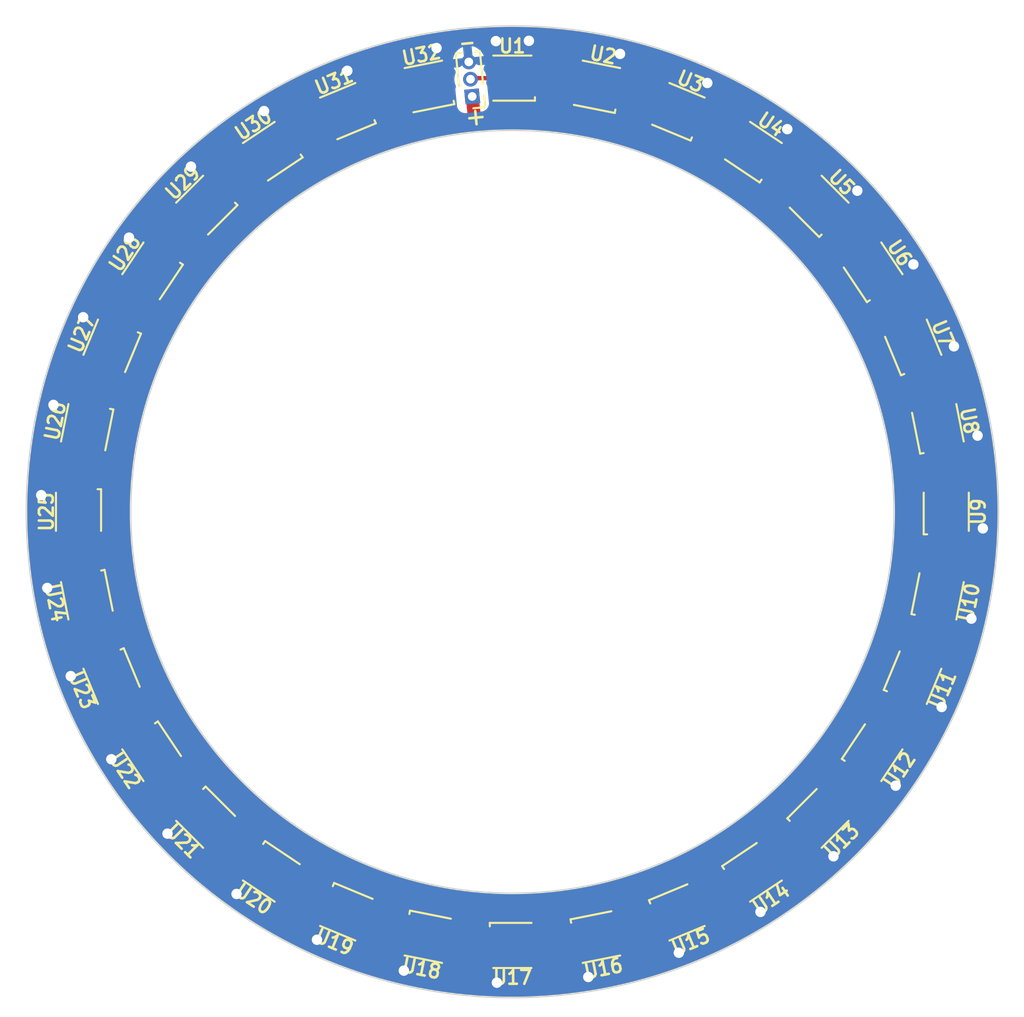
<source format=kicad_pcb>
(kicad_pcb (version 20221018) (generator pcbnew)
  (title_block (title "WS2816B-2121 Ring") (date "2023-11-09") (rev "A") (company "Chroma.tech") (comment 1 "Author: Eli McNutt"))
  (layers (0 "F.Cu" signal) (31 "B.Cu" signal) (34 "B.Paste" user) (35 "F.Paste" user) (36 "B.SilkS" user "B.Silkscreen") (37 "F.SilkS" user "F.Silkscreen") (38 "B.Mask" user) (39 "F.Mask" user) (44 "Edge.Cuts" user))
  (net 0 "")
  (net 1 "+5V")
  (net 2 "DIN")
  (net 3 "GND")
  (net 4 "Net-(U1-DO)")
  (net 5 "Net-(U1-BO)")
  (net 6 "Net-(U2-DO)")
  (net 7 "Net-(U2-BO)")
  (net 8 "Net-(U3-DO)")
  (net 9 "Net-(U3-BO)")
  (net 10 "Net-(U4-DO)")
  (net 11 "Net-(U4-BO)")
  (net 12 "Net-(U5-DO)")
  (net 13 "Net-(U5-BO)")
  (net 14 "Net-(U6-DO)")
  (net 15 "Net-(U6-BO)")
  (net 16 "Net-(U7-DO)")
  (net 17 "Net-(U7-BO)")
  (net 18 "Net-(U8-DO)")
  (net 19 "Net-(U8-BO)")
  (net 20 "Net-(U10-DI)")
  (net 21 "Net-(U10-BI)")
  (net 22 "Net-(U10-DO)")
  (net 23 "Net-(U10-BO)")
  (net 24 "Net-(U11-DO)")
  (net 25 "Net-(U11-BO)")
  (net 26 "Net-(U12-DO)")
  (net 27 "Net-(U12-BO)")
  (net 28 "Net-(U13-DO)")
  (net 29 "Net-(U13-BO)")
  (net 30 "Net-(U14-DO)")
  (net 31 "Net-(U14-BO)")
  (net 32 "Net-(U15-DO)")
  (net 33 "Net-(U15-BO)")
  (net 34 "Net-(U16-DO)")
  (net 35 "Net-(U16-BO)")
  (net 36 "Net-(U17-DO)")
  (net 37 "Net-(U17-BO)")
  (net 38 "Net-(U18-DO)")
  (net 39 "Net-(U18-BO)")
  (net 40 "Net-(U19-DO)")
  (net 41 "Net-(U19-BO)")
  (net 42 "Net-(U20-DO)")
  (net 43 "Net-(U20-BO)")
  (net 44 "Net-(U21-DO)")
  (net 45 "Net-(U21-BO)")
  (net 46 "Net-(U22-DO)")
  (net 47 "Net-(U22-BO)")
  (net 48 "Net-(U23-DO)")
  (net 49 "Net-(U23-BO)")
  (net 50 "Net-(U24-DO)")
  (net 51 "Net-(U24-BO)")
  (net 52 "Net-(U25-DO)")
  (net 53 "Net-(U25-BO)")
  (net 54 "Net-(U26-DO)")
  (net 55 "Net-(U26-BO)")
  (net 56 "Net-(U27-DO)")
  (net 57 "Net-(U27-BO)")
  (net 58 "Net-(U28-DO)")
  (net 59 "Net-(U28-BO)")
  (net 60 "Net-(U29-DO)")
  (net 61 "Net-(U29-BO)")
  (net 62 "Net-(U30-DO)")
  (net 63 "Net-(U30-BO)")
  (net 64 "Net-(U31-DO)")
  (net 65 "Net-(U31-BO)")
  (footprint "LED_SMD:LED_WS2816B-2121_2.1x2.1mm" (layer "F.Cu") (at 122.800367 102.907258 101.25)
    (fp_text reference "U24")
    (fp_text value "WS2816B-2121")
  )
  (footprint "LED_SMD:LED_WS2816B-2121_2.1x2.1mm" (layer "F.Cu") (at 168.10674 111.919255 -123.75)
    (fp_text reference "U12")
    (fp_text value "WS2816B-2121")
  )
  (footprint "LED_SMD:LED_WS2816B-2121_2.1x2.1mm" (layer "F.Cu") (at 147.32 73.03)
    (fp_text reference "U1")
    (fp_text value "WS2816B-2121")
  )
  (footprint "LED_SMD:LED_WS2816B-2121_2.1x2.1mm" (layer "F.Cu") (at 122.800367 93.152741 78.75)
    (fp_text reference "U26")
    (fp_text value "WS2816B-2121")
  )
  (footprint "LED_SMD:LED_WS2816B-2121_2.1x2.1mm" (layer "F.Cu") (at 126.533259 84.140744 56.25)
    (fp_text reference "U28")
    (fp_text value "WS2816B-2121")
  )
  (footprint "LED_SMD:LED_WS2816B-2121_2.1x2.1mm" (layer "F.Cu") (at 164.997669 115.707669 -135)
    (fp_text reference "U13")
    (fp_text value "WS2816B-2121")
  )
  (footprint "LED_SMD:LED_WS2816B-2121_2.1x2.1mm" (layer "F.Cu") (at 142.442741 73.510367 11.25)
    (fp_text reference "U32")
    (fp_text value "WS2816B-2121")
  )
  (footprint "LED_SMD:LED_WS2816B-2121_2.1x2.1mm" (layer "F.Cu") (at 129.64233 80.35233 45)
    (fp_text reference "U29")
    (fp_text value "WS2816B-2121")
  )
  (footprint "LED_SMD:LED_WS2816B-2121_2.1x2.1mm" (layer "F.Cu") (at 170.416988 88.462914 -67.5)
    (fp_text reference "U7")
    (fp_text value "WS2816B-2121")
  )
  (footprint "LED_SMD:LED_WS2816B-2121_2.1x2.1mm" (layer "F.Cu") (at 171.839632 93.152741 -78.75)
    (fp_text reference "U8")
    (fp_text value "WS2816B-2121")
  )
  (footprint "LED_SMD:LED_WS2816B-2121_2.1x2.1mm" (layer "F.Cu") (at 168.10674 84.140744 -56.25)
    (fp_text reference "U6")
    (fp_text value "WS2816B-2121")
  )
  (footprint "LED_SMD:LED_WS2816B-2121_2.1x2.1mm" (layer "F.Cu") (at 133.430744 77.243259 33.75)
    (fp_text reference "U30")
    (fp_text value "WS2816B-2121")
  )
  (footprint "LED_SMD:LED_WS2816B-2121_2.1x2.1mm" (layer "F.Cu") (at 171.839632 102.907258 -101.25)
    (fp_text reference "U10")
    (fp_text value "WS2816B-2121")
  )
  (footprint "LED_SMD:LED_WS2816B-2121_2.1x2.1mm" (layer "F.Cu") (at 172.32 98.03 -90)
    (fp_text reference "U9")
    (fp_text value "WS2816B-2121")
  )
  (footprint "LED_SMD:LED_WS2816B-2121_2.1x2.1mm" (layer "F.Cu") (at 137.752914 74.933011 22.5)
    (fp_text reference "U31")
    (fp_text value "WS2816B-2121")
  )
  (footprint "LED_SMD:LED_WS2816B-2121_2.1x2.1mm" (layer "F.Cu") (at 156.887085 74.933011 -22.5)
    (fp_text reference "U3")
    (fp_text value "WS2816B-2121")
  )
  (footprint "LED_SMD:LED_WS2816B-2121_2.1x2.1mm" (layer "F.Cu") (at 133.430744 118.81674 146.25)
    (fp_text reference "U20")
    (fp_text value "WS2816B-2121")
  )
  (footprint "LED_SMD:LED_WS2816B-2121_2.1x2.1mm" (layer "F.Cu") (at 161.209255 77.243259 -33.75)
    (fp_text reference "U4")
    (fp_text value "WS2816B-2121")
  )
  (footprint "LED_SMD:LED_WS2816B-2121_2.1x2.1mm" (layer "F.Cu") (at 164.997669 80.35233 -45)
    (fp_text reference "U5")
    (fp_text value "WS2816B-2121")
  )
  (footprint "LED_SMD:LED_WS2816B-2121_2.1x2.1mm" (layer "F.Cu") (at 142.442741 122.549632 168.75)
    (fp_text reference "U18")
    (fp_text value "WS2816B-2121")
  )
  (footprint "LED_SMD:LED_WS2816B-2121_2.1x2.1mm" (layer "F.Cu") (at 124.223011 88.462914 67.5)
    (fp_text reference "U27")
    (fp_text value "WS2816B-2121")
  )
  (footprint "LED_SMD:LED_WS2816B-2121_2.1x2.1mm" (layer "F.Cu") (at 147.32 123.03 180)
    (fp_text reference "U17")
    (fp_text value "WS2816B-2121")
  )
  (footprint "LED_SMD:LED_WS2816B-2121_2.1x2.1mm" (layer "F.Cu") (at 129.64233 115.707669 135)
    (fp_text reference "U21")
    (fp_text value "WS2816B-2121")
  )
  (footprint "LED_SMD:LED_WS2816B-2121_2.1x2.1mm" (layer "F.Cu") (at 124.223011 107.597085 112.5)
    (fp_text reference "U23")
    (fp_text value "WS2816B-2121")
  )
  (footprint "LED_SMD:LED_WS2816B-2121_2.1x2.1mm" (layer "F.Cu") (at 170.416988 107.597085 -112.5)
    (fp_text reference "U11")
    (fp_text value "WS2816B-2121")
  )
  (footprint "LED_SMD:LED_WS2816B-2121_2.1x2.1mm" (layer "F.Cu") (at 152.197258 73.510367 -11.25)
    (fp_text reference "U2")
    (fp_text value "WS2816B-2121")
  )
  (footprint "LED_SMD:LED_WS2816B-2121_2.1x2.1mm" (layer "F.Cu") (at 122.32 98.03 90)
    (fp_text reference "U25")
    (fp_text value "WS2816B-2121")
  )
  (footprint "LED_SMD:LED_WS2816B-2121_2.1x2.1mm" (layer "F.Cu") (at 137.752914 121.126988 157.5)
    (fp_text reference "U19")
    (fp_text value "WS2816B-2121")
  )
  (footprint "LED_SMD:LED_WS2816B-2121_2.1x2.1mm" (layer "F.Cu") (at 156.887085 121.126988 -157.5)
    (fp_text reference "U15")
    (fp_text value "WS2816B-2121")
  )
  (footprint "LED_SMD:LED_WS2816B-2121_2.1x2.1mm" (layer "F.Cu") (at 126.533259 111.919255 123.75)
    (fp_text reference "U22")
    (fp_text value "WS2816B-2121")
  )
  (footprint "LED_SMD:LED_WS2816B-2121_2.1x2.1mm" (layer "F.Cu") (at 161.209255 118.81674 -146.25)
    (fp_text reference "U14")
    (fp_text value "WS2816B-2121")
  )
  (footprint "Connector_PinHeader_1.00mm:PinHeader_1x03_P1.00mm_Vertical" (layer "F.Cu") (at 145.004139 74.087302 -174.375)
    (fp_text reference "J1" hide)
    (fp_text value "Conn_01x03" hide)
  )
  (footprint "LED_SMD:LED_WS2816B-2121_2.1x2.1mm" (layer "F.Cu") (at 152.197258 122.549632 -168.75)
    (fp_text reference "U16")
    (fp_text value "WS2816B-2121")
  )
  (gr_circle (center 147.32 98.03) (end 175.32 98.03) (stroke (width 0.1)) (fill none) (layer "Edge.Cuts"))
  (gr_circle (center 147.32 98.03) (end 169.32 98.03) (stroke (width 0.1)) (fill none) (layer "Edge.Cuts"))
  (gr_text "-" (at 144.211092 71.593024 5.625) (layer "F.SilkS") (effects (font (size 1 0.75)) (justify left bottom)))
  (gr_text "+\n" (at 144.553559 75.887827 5.625) (layer "F.SilkS") (effects (font (size 1 1)) (justify left bottom)))
  (segment (start 169.469928 87.803989) (end 168.405871 88.244736) (width 0.25) (layer "F.Cu") (net 1))
  (segment (start 124.430191 89.630439) (end 125.494245 90.071187) (width 0.25) (layer "F.Cu") (net 1))
  (segment (start 170.212992 106.469222) (end 169.148936 106.028475) (width 0.25) (layer "F.Cu") (net 1))
  (segment (start 160.037878 77.228256) (end 159.398013 78.185881) (width 0.25) (layer "F.Cu") (net 1))
  (segment (start 145.211418 75.335999) (end 145.131197 75.271327) (width 0.25) (layer "F.Cu") (net 1))
  (segment (start 143.469643 122.125438) (end 143.694334 120.995844) (width 0.25) (layer "F.Cu") (net 1))
  (segment (start 165.197228 114.585432) (end 164.382835 113.771038) (width 0.25) (layer "F.Cu") (net 1))
  (segment (start 129.423813 81.438596) (end 130.238204 82.25299) (width 0.25) (layer "F.Cu") (net 1))
  (segment (start 171.027847 92.321204) (end 169.89825 92.545895) (width 0.25) (layer "F.Cu") (net 1))
  (segment (start 126.491204 85.346627) (end 127.448827 85.986493) (width 0.25) (layer "F.Cu") (net 1))
  (segment (start 137.120136 75.90193) (end 137.56088 76.965986) (width 0.25) (layer "F.Cu") (net 1))
  (segment (start 132.978791 78.29389) (end 133.618654 79.251516) (width 0.25) (layer "F.Cu") (net 1))
  (segment (start 171.411989 101.787932) (end 170.282393 101.563241) (width 0.25) (layer "F.Cu") (net 1))
  (segment (start 171.64944 97.091592) (end 170.497713 97.091592) (width 0.25) (layer "F.Cu") (net 1))
  (segment (start 163.890016 80.145411) (end 163.075622 80.959804) (width 0.25) (layer "F.Cu") (net 1))
  (segment (start 123.615978 103.739035) (end 124.745573 103.514346) (width 0.25) (layer "F.Cu") (net 1))
  (segment (start 157.600172 120.157576) (end 157.159427 119.09352) (width 0.25) (layer "F.Cu") (net 1))
  (segment (start 167.061474 83.733832) (end 166.103848 84.373697) (width 0.25) (layer "F.Cu") (net 1))
  (segment (start 161.648768 117.731986) (end 161.008904 116.77436) (width 0.25) (layer "F.Cu") (net 1))
  (segment (start 151.120529 73.990286) (end 150.895838 75.119881) (width 0.25) (layer "F.Cu") (net 1))
  (segment (start 125.164428 108.192718) (end 126.228484 107.751973) (width 0.25) (layer "F.Cu") (net 1))
  (segment (start 155.735252 75.15232) (end 155.294505 76.216376) (width 0.25) (layer "F.Cu") (net 1))
  (segment (start 122.95197 98.967964) (end 124.103694 98.967965) (width 0.25) (layer "F.Cu") (net 1))
  (segment (start 123.234178 94.269553) (end 124.363772 94.494245) (width 0.25) (layer "F.Cu") (net 1))
  (segment (start 146.375 74.811726) (end 146.385638 74.822364) (width 0.25) (layer "F.Cu") (net 1))
  (segment (start 141.632357 74.391908) (end 141.857045 75.521503) (width 0.25) (layer "F.Cu") (net 1))
  (segment (start 138.877042 120.858792) (end 139.317789 119.794737) (width 0.25) (layer "F.Cu") (net 1))
  (segment (start 130.755197 115.960486) (end 131.569591 115.146094) (width 0.25) (layer "F.Cu") (net 1))
  (segment (start 148.324643 122.39666) (end 148.324644 121.244936) (width 0.25) (layer "F.Cu") (net 1))
  (segment (start 127.575104 112.328683) (end 128.53273 111.688819) (width 0.25) (layer "F.Cu") (net 1))
  (segment (start 134.547844 118.805277) (end 135.187709 117.847653) (width 0.25) (layer "F.Cu") (net 1))
  (segment (start 146.375 73.66) (end 146.375 74.811726) (width 0.25) (layer "F.Cu") (net 1))
  (segment (start 153.011335 121.753423) (end 152.786646 120.623828) (width 0.25) (layer "F.Cu") (net 1))
  (segment (start 145.004139 74.087302) (end 145.131197 75.271327) (width 0.75) (layer "F.Cu") (net 1))
  (segment (start 168.151495 110.698713) (end 167.19387 110.058848) (width 0.25) (layer "F.Cu") (net 1))
  (segment (start 144.968239 73.03) (end 144.906122 73.092117) (width 0.25) (layer "F.Cu") (net 2))
  (segment (start 146.375 73.03) (end 144.968239 73.03) (width 0.25) (layer "F.Cu") (net 2))
  (segment (start 153.220027 73.123217) (end 153.515235 71.639105) (width 0.25) (layer "F.Cu") (net 3))
  (segment (start 166.117402 80.590889) (end 167.187387 79.520903) (width 0.25) (layer "F.Cu") (net 3))
  (segment (start 123.989379 87.402126) (end 122.591372 86.823052) (width 0.25) (layer "F.Cu") (net 3))
  (segment (start 146.368155 70.896523) (end 146.375 70.903368) (width 0.25) (layer "F.Cu") (net 3))
  (segment (start 128.527813 115.515005) (end 127.457825 116.584993) (width 0.25) (layer "F.Cu") (net 3))
  (segment (start 146.434643 123.656657) (end 146.434643 125.169848) (width 0.25) (layer "F.Cu") (net 3))
  (segment (start 148.265 72.4) (end 148.265 70.886813) (width 0.25) (layer "F.Cu") (net 3))
  (segment (start 160.777307 119.829663) (end 161.617991 121.087834) (width 0.25) (layer "F.Cu") (net 3))
  (segment (start 138.384091 74.014574) (end 137.805018 72.616566) (width 0.25) (layer "F.Cu") (net 3))
  (segment (start 172.279057 103.88743) (end 173.76317 104.182638) (width 0.25) (layer "F.Cu") (net 3))
  (segment (start 141.370145 122.992504) (end 141.074936 124.476619) (width 0.25) (layer "F.Cu") (net 3))
  (segment (start 169.159153 84.605292) (end 170.417322 83.764609) (width 0.25) (layer "F.Cu") (net 3))
  (segment (start 143.240231 72.787402) (end 142.945022 71.303285) (width 0.25) (layer "F.Cu") (net 3))
  (segment (start 146.375 70.903368) (end 146.375 72.4) (width 0.25) (layer "F.Cu") (net 3))
  (segment (start 133.850255 76.196214) (end 133.009571 74.93804) (width 0.25) (layer "F.Cu") (net 3))
  (segment (start 170.653807 108.697535) (end 172.051811 109.276607) (width 0.25) (layer "F.Cu") (net 3))
  (segment (start 148.271844 71.192611) (end 148.271844 70.879969) (width 0.25) (layer "F.Cu") (net 3))
  (segment (start 123.277072 106.928764) (end 121.879065 107.507837) (width 0.25) (layer "F.Cu") (net 3))
  (segment (start 156.33622 122.044933) (end 156.915293 123.442938) (width 0.25) (layer "F.Cu") (net 3))
  (segment (start 132.276349 118.802897) (end 131.435665 120.061069) (width 0.25) (layer "F.Cu") (net 3))
  (segment (start 122.367114 92.170054) (end 120.882998 91.874845) (width 0.25) (layer "F.Cu") (net 3))
  (segment (start 164.751749 116.812817) (end 165.821736 117.882803) (width 0.25) (layer "F.Cu") (net 3))
  (segment (start 168.149117 112.970208) (end 169.407288 113.810891) (width 0.25) (layer "F.Cu") (net 3))
  (segment (start 136.648729 121.299605) (end 136.069656 122.697611) (width 0.25) (layer "F.Cu") (net 3))
  (segment (start 172.632357 93.929075) (end 174.116469 93.633866) (width 0.25) (layer "F.Cu") (net 3))
  (segment (start 148.265 70.886813) (end 148.271844 70.879969) (width 0.25) (layer "F.Cu") (net 3))
  (segment (start 157.963565 74.711504) (end 158.542637 73.313501) (width 0.25) (layer "F.Cu") (net 3))
  (segment (start 171.357288 89.067941) (end 172.75529 88.488868) (width 0.25) (layer "F.Cu") (net 3))
  (segment (start 121.691974 97.077962) (end 120.178783 97.077962) (width 0.25) (layer "F.Cu") (net 3))
  (segment (start 151.403464 123.35793) (end 151.698673 124.842045) (width 0.25) (layer "F.Cu") (net 3))
  (segment (start 122.011472 102.131162) (end 120.527356 102.426371) (width 0.25) (layer "F.Cu") (net 3))
  (segment (start 125.477428 111.45722) (end 124.219255 112.297904) (width 0.25) (layer "F.Cu") (net 3))
  (segment (start 172.909439 98.981593) (end 174.422627 98.981592) (width 0.25) (layer "F.Cu") (net 3))
  (segment (start 162.309374 77.230633) (end 163.150056 75.972463) (width 0.25) (layer "F.Cu") (net 3))
  (segment (start 126.493585 83.075132) (end 125.235412 82.234447) (width 0.25) (layer "F.Cu") (net 3))
  (segment (start 148.267092 71.197363) (end 148.271844 71.192611) (width 0.25) (layer "F.Cu") (net 3))
  (segment (start 129.869295 79.211212) (end 128.799307 78.141223) (width 0.25) (layer "F.Cu") (net 3))
  (via (at 121.870126 107.504134) (size 1.2) (drill 0.6) (layers "F.Cu" "B.Cu") (net 3))
  (via (at 165.821735 117.89248) (size 1.2) (drill 0.6) (layers "F.Cu" "B.Cu") (net 3))
  (via (at 136.060716 122.701313) (size 1.2) (drill 0.6) (layers "F.Cu" "B.Cu") (net 3))
  (via (at 153.523283 71.633728) (size 1.2) (drill 0.6) (layers "F.Cu" "B.Cu") (net 3))
  (via (at 120.171941 97.07112) (size 1.2) (drill 0.6) (layers "F.Cu" "B.Cu") (net 3))
  (via (at 173.768546 104.190685) (size 1.2) (drill 0.6) (layers "F.Cu" "B.Cu") (net 3))
  (via (at 125.233524 82.224958) (size 1.2) (drill 0.6) (layers "F.Cu" "B.Cu") (net 3))
  (via (at 131.426175 120.062956) (size 1.2) (drill 0.6) (layers "F.Cu" "B.Cu") (net 3))
  (via (at 120.877622 91.8668) (size 1.2) (drill 0.6) (layers "F.Cu" "B.Cu") (net 3))
  (via (at 120.519311 102.420995) (size 1.2) (drill 0.6) (layers "F.Cu" "B.Cu") (net 3))
  (via (at 151.693296 124.85009) (size 1.2) (drill 0.6) (layers "F.Cu" "B.Cu") (net 3))
  (via (at 137.808719 72.607628) (size 1.2) (drill 0.6) (layers "F.Cu" "B.Cu") (net 3))
  (via (at 163.159549 75.970575) (size 1.2) (drill 0.6) (layers "F.Cu" "B.Cu") (net 3))
  (via (at 174.124516 93.639244) (size 1.2) (drill 0.6) (layers "F.Cu" "B.Cu") (net 3))
  (via (at 128.799306 78.131548) (size 1.2) (drill 0.6) (layers "F.Cu" "B.Cu") (net 3))
  (via (at 146.368155 70.896523) (size 1.2) (drill 0.6) (layers "F.Cu" "B.Cu") (net 3))
  (via (at 122.587669 86.814113) (size 1.2) (drill 0.6) (layers "F.Cu" "B.Cu") (net 3))
  (via (at 142.950396 71.295241) (size 1.2) (drill 0.6) (layers "F.Cu" "B.Cu") (net 3))
  (via (at 146.4278 125.176689) (size 1.2) (drill 0.6) (layers "F.Cu" "B.Cu") (net 3))
  (via (at 148.271844 70.879969) (size 1.2) (drill 0.6) (layers "F.Cu" "B.Cu") (net 3))
  (via (at 172.764232 88.492573) (size 1.2) (drill 0.6) (layers "F.Cu" "B.Cu") (net 3))
  (via (at 158.551579 73.309797) (size 1.2) (drill 0.6) (layers "F.Cu" "B.Cu") (net 3))
  (via (at 127.448149 116.584992) (size 1.2) (drill 0.6) (layers "F.Cu" "B.Cu") (net 3))
  (via (at 167.197066 79.520904) (size 1.2) (drill 0.6) (layers "F.Cu" "B.Cu") (net 3))
  (via (at 172.055514 109.285548) (size 1.2) (drill 0.6) (layers "F.Cu" "B.Cu") (net 3))
  (via (at 170.426815 83.766498) (size 1.2) (drill 0.6) (layers "F.Cu" "B.Cu") (net 3))
  (via (at 133.011457 74.928551) (size 1.2) (drill 0.6) (layers "F.Cu" "B.Cu") (net 3))
  (via (at 161.616102 121.097325) (size 1.2) (drill 0.6) (layers "F.Cu" "B.Cu") (net 3))
  (via (at 174.42947 98.988436) (size 1.2) (drill 0.6) (layers "F.Cu" "B.Cu") (net 3))
  (via (at 156.911589 123.451878) (size 1.2) (drill 0.6) (layers "F.Cu" "B.Cu") (net 3))
  (via (at 141.06689 124.481994) (size 1.2) (drill 0.6) (layers "F.Cu" "B.Cu") (net 3))
  (via (at 169.409175 113.820382) (size 1.2) (drill 0.6) (layers "F.Cu" "B.Cu") (net 3))
  (via (at 124.209765 112.296016) (size 1.2) (drill 0.6) (layers "F.Cu" "B.Cu") (net 3))
  (segment (start 149.777525 73.66) (end 148.265 73.66) (width 0.25) (layer "F.Cu") (net 4))
  (segment (start 150.111518 73.326007) (end 149.777525 73.66) (width 0.25) (layer "F.Cu") (net 4))
  (segment (start 151.270416 73.326007) (end 150.111518 73.326007) (width 0.25) (layer "F.Cu") (net 4))
  (segment (start 149.564456 73.03) (end 149.886344 72.708112) (width 0.25) (layer "F.Cu") (net 5))
  (segment (start 149.886344 72.708112) (end 151.393323 72.708112) (width 0.25) (layer "F.Cu") (net 5))
  (segment (start 148.265 73.03) (end 149.564456 73.03) (width 0.25) (layer "F.Cu") (net 5))
  (segment (start 154.457675 74.654085) (end 152.974213 74.359006) (width 0.25) (layer "F.Cu") (net 6))
  (segment (start 154.850409 74.391669) (end 154.457675 74.654085) (width 0.25) (layer "F.Cu") (net 6))
  (segment (start 155.987039 74.617758) (end 154.850409 74.391669) (width 0.25) (layer "F.Cu") (net 6))
  (segment (start 154.750107 73.741717) (end 156.22813 74.035714) (width 0.25) (layer "F.Cu") (net 7))
  (segment (start 154.371607 73.994623) (end 154.750107 73.741717) (width 0.25) (layer "F.Cu") (net 7))
  (segment (start 153.09712 73.741112) (end 154.371607 73.994623) (width 0.25) (layer "F.Cu") (net 7))
  (segment (start 160.385839 76.717145) (end 159.315157 76.273654) (width 0.25) (layer "F.Cu") (net 8))
  (segment (start 158.878775 76.45441) (end 157.481384 75.875591) (width 0.25) (layer "F.Cu") (net 8))
  (segment (start 159.315157 76.273654) (end 158.878775 76.45441) (width 0.25) (layer "F.Cu") (net 8))
  (segment (start 159.343582 75.616623) (end 160.735849 76.193319) (width 0.25) (layer "F.Cu") (net 9))
  (segment (start 157.722475 75.293548) (end 158.923015 75.790828) (width 0.25) (layer "F.Cu") (net 9))
  (segment (start 158.923015 75.790828) (end 159.343582 75.616623) (width 0.25) (layer "F.Cu") (net 9))
  (segment (start 163.330235 79.026449) (end 162.866974 79.118598) (width 0.25) (layer "F.Cu") (net 10))
  (segment (start 164.293823 79.670298) (end 163.330235 79.026449) (width 0.25) (layer "F.Cu") (net 10))
  (segment (start 162.866974 79.118598) (end 161.609355 78.278283) (width 0.25) (layer "F.Cu") (net 10))
  (segment (start 163.039822 78.476397) (end 163.486294 78.387588) (width 0.25) (layer "F.Cu") (net 11))
  (segment (start 163.486294 78.387588) (end 164.739301 79.224821) (width 0.25) (layer "F.Cu") (net 11))
  (segment (start 161.959365 77.754459) (end 163.039822 78.476397) (width 0.25) (layer "F.Cu") (net 11))
  (segment (start 166.768301 82.551359) (end 166.295964 82.55136) (width 0.25) (layer "F.Cu") (net 12))
  (segment (start 167.587765 83.370823) (end 166.768301 82.551359) (width 0.25) (layer "F.Cu") (net 12))
  (segment (start 166.295964 82.55136) (end 165.226447 81.481842) (width 0.25) (layer "F.Cu") (net 12))
  (segment (start 167.045997 81.955219) (end 168.111592 83.020814) (width 0.25) (layer "F.Cu") (net 13))
  (segment (start 166.590778 81.955219) (end 167.045997 81.955219) (width 0.25) (layer "F.Cu") (net 13))
  (segment (start 165.671925 81.036366) (end 166.590778 81.955219) (width 0.25) (layer "F.Cu") (net 13))
  (segment (start 170.058925 87.618664) (end 169.415076 86.655076) (width 0.25) (layer "F.Cu") (net 14))
  (segment (start 168.951815 86.562929) (end 168.111501 85.305309) (width 0.25) (layer "F.Cu") (net 14))
  (segment (start 169.415076 86.655076) (end 168.951815 86.562929) (width 0.25) (layer "F.Cu") (net 14))
  (segment (start 169.357265 86.035758) (end 169.803738 86.124567) (width 0.25) (layer "F.Cu") (net 15))
  (segment (start 169.803738 86.124567) (end 170.64097 87.377574) (width 0.25) (layer "F.Cu") (net 15))
  (segment (start 168.635327 84.955301) (end 169.357265 86.035758) (width 0.25) (layer "F.Cu") (net 15))
  (segment (start 170.772017 90.947513) (end 170.193199 89.550121) (width 0.25) (layer "F.Cu") (net 16))
  (segment (start 171.651891 92.198949) (end 171.2084 91.128267) (width 0.25) (layer "F.Cu") (net 16))
  (segment (start 171.2084 91.128267) (end 170.772017 90.947513) (width 0.25) (layer "F.Cu") (net 16))
  (segment (start 171.693091 90.683776) (end 172.269786 92.076043) (width 0.25) (layer "F.Cu") (net 17))
  (segment (start 171.272523 90.509571) (end 171.693091 90.683776) (width 0.25) (layer "F.Cu") (net 17))
  (segment (start 170.775243 89.309032) (end 171.272523 90.509571) (width 0.25) (layer "F.Cu") (net 17))
  (segment (start 172.31047 97.057396) (end 172.084381 95.920766) (width 0.25) (layer "F.Cu") (net 18))
  (segment (start 171.691646 95.658351) (end 171.396567 94.174888) (width 0.25) (layer "F.Cu") (net 18))
  (segment (start 172.084381 95.920766) (end 171.691646 95.658351) (width 0.25) (layer "F.Cu") (net 18))
  (segment (start 172.267973 95.326468) (end 172.646474 95.579374) (width 0.25) (layer "F.Cu") (net 19))
  (segment (start 172.014462 94.051982) (end 172.267973 95.326468) (width 0.25) (layer "F.Cu") (net 19))
  (segment (start 172.646474 95.579374) (end 172.94047 97.057397) (width 0.25) (layer "F.Cu") (net 19))
  (segment (start 171.983433 100.828109) (end 171.649439 100.494117) (width 0.25) (layer "F.Cu") (net 20))
  (segment (start 171.983432 101.987007) (end 171.983433 100.828109) (width 0.25) (layer "F.Cu") (net 20))
  (segment (start 171.649439 100.494117) (end 171.649439 98.981592) (width 0.25) (layer "F.Cu") (net 20))
  (segment (start 172.279439 98.981593) (end 172.279439 100.281047) (width 0.25) (layer "F.Cu") (net 21))
  (segment (start 172.279439 100.281047) (end 172.601328 100.602936) (width 0.25) (layer "F.Cu") (net 21))
  (segment (start 172.601328 100.602936) (end 172.601327 102.109915) (width 0.25) (layer "F.Cu") (net 21))
  (segment (start 170.784516 106.654441) (end 171.010607 105.517811) (width 0.25) (layer "F.Cu") (net 22))
  (segment (start 170.748189 105.125078) (end 171.043268 103.641616) (width 0.25) (layer "F.Cu") (net 22))
  (segment (start 171.010607 105.517811) (end 170.748189 105.125078) (width 0.25) (layer "F.Cu") (net 22))
  (segment (start 171.661162 103.764524) (end 171.407651 105.039009) (width 0.25) (layer "F.Cu") (net 23))
  (segment (start 171.660558 105.41751) (end 171.36656 106.895533) (width 0.25) (layer "F.Cu") (net 23))
  (segment (start 171.407651 105.039009) (end 171.660558 105.41751) (width 0.25) (layer "F.Cu") (net 23))
  (segment (start 169.091659 110.049126) (end 168.910901 109.612744) (width 0.25) (layer "F.Cu") (net 24))
  (segment (start 168.648167 111.119808) (end 169.091659 110.049126) (width 0.25) (layer "F.Cu") (net 24))
  (segment (start 168.910901 109.612744) (end 169.48972 108.215354) (width 0.25) (layer "F.Cu") (net 24))
  (segment (start 169.748689 110.077552) (end 169.171992 111.469819) (width 0.25) (layer "F.Cu") (net 25))
  (segment (start 169.574483 109.656984) (end 169.748689 110.077552) (width 0.25) (layer "F.Cu") (net 25))
  (segment (start 170.071763 108.456445) (end 169.574483 109.656984) (width 0.25) (layer "F.Cu") (net 25))
  (segment (start 166.353303 113.991069) (end 166.261152 113.527808) (width 0.25) (layer "F.Cu") (net 26))
  (segment (start 166.261152 113.527808) (end 167.101467 112.27019) (width 0.25) (layer "F.Cu") (net 26))
  (segment (start 165.709453 114.954657) (end 166.353303 113.991069) (width 0.25) (layer "F.Cu") (net 26))
  (segment (start 166.903353 113.700656) (end 166.992163 114.147129) (width 0.25) (layer "F.Cu") (net 27))
  (segment (start 166.992163 114.147129) (end 166.154929 115.400136) (width 0.25) (layer "F.Cu") (net 27))
  (segment (start 167.625291 112.6202) (end 166.903353 113.700656) (width 0.25) (layer "F.Cu") (net 27))
  (segment (start 162.791281 117.463716) (end 162.791279 116.991379) (width 0.25) (layer "F.Cu") (net 28))
  (segment (start 161.971816 118.28318) (end 162.791281 117.463716) (width 0.25) (layer "F.Cu") (net 28))
  (segment (start 162.791279 116.991379) (end 163.860796 115.921863) (width 0.25) (layer "F.Cu") (net 28))
  (segment (start 163.38742 117.741413) (end 162.321824 118.807007) (width 0.25) (layer "F.Cu") (net 29))
  (segment (start 164.306272 116.367341) (end 163.387419 117.286193) (width 0.25) (layer "F.Cu") (net 29))
  (segment (start 163.387419 117.286193) (end 163.38742 117.741413) (width 0.25) (layer "F.Cu") (net 29))
  (segment (start 158.819671 119.622326) (end 160.07729 118.782013) (width 0.25) (layer "F.Cu") (net 30))
  (segment (start 158.727525 120.085587) (end 158.819671 119.622326) (width 0.25) (layer "F.Cu") (net 30))
  (segment (start 157.763936 120.729436) (end 158.727525 120.085587) (width 0.25) (layer "F.Cu") (net 30))
  (segment (start 159.346841 120.027776) (end 159.258033 120.474249) (width 0.25) (layer "F.Cu") (net 31))
  (segment (start 160.427298 119.305839) (end 159.346841 120.027776) (width 0.25) (layer "F.Cu") (net 31))
  (segment (start 159.258033 120.474249) (end 158.005025 121.311481) (width 0.25) (layer "F.Cu") (net 31))
  (segment (start 153.205213 122.339538) (end 154.275896 121.896047) (width 0.25) (layer "F.Cu") (net 32))
  (segment (start 154.275896 121.896047) (end 154.456649 121.459664) (width 0.25) (layer "F.Cu") (net 32))
  (segment (start 154.456649 121.459664) (end 155.85404 120.880847) (width 0.25) (layer "F.Cu") (net 32))
  (segment (start 156.095129 121.462891) (end 154.89459 121.96017) (width 0.25) (layer "F.Cu") (net 33))
  (segment (start 154.720386 122.380738) (end 153.328118 122.957433) (width 0.25) (layer "F.Cu") (net 33))
  (segment (start 154.89459 121.96017) (end 154.720386 122.380738) (width 0.25) (layer "F.Cu") (net 33))
  (segment (start 149.674189 122.417221) (end 151.157651 122.122143) (width 0.25) (layer "F.Cu") (net 34))
  (segment (start 148.275144 123.036045) (end 149.411775 122.809956) (width 0.25) (layer "F.Cu") (net 34))
  (segment (start 149.411775 122.809956) (end 149.674189 122.417221) (width 0.25) (layer "F.Cu") (net 34))
  (segment (start 150.006071 122.993548) (end 149.753166 123.372049) (width 0.25) (layer "F.Cu") (net 35))
  (segment (start 151.280556 122.740038) (end 150.006071 122.993548) (width 0.25) (layer "F.Cu") (net 35))
  (segment (start 149.753166 123.372049) (end 148.275142 123.666045) (width 0.25) (layer "F.Cu") (net 35))
  (segment (start 143.429229 122.730652) (end 144.588128 122.730653) (width 0.25) (layer "F.Cu") (net 36))
  (segment (start 144.588128 122.730653) (end 144.922119 122.396659) (width 0.25) (layer "F.Cu") (net 36))
  (segment (start 144.922119 122.396659) (end 146.434643 122.39666) (width 0.25) (layer "F.Cu") (net 36))
  (segment (start 145.135188 123.026659) (end 144.813301 123.348548) (width 0.25) (layer "F.Cu") (net 37))
  (segment (start 144.813301 123.348548) (end 143.306321 123.348547) (width 0.25) (layer "F.Cu") (net 37))
  (segment (start 146.434641 123.02666) (end 145.135188 123.026659) (width 0.25) (layer "F.Cu") (net 37))
  (segment (start 140.132497 121.461638) (end 141.615958 121.756717) (width 0.25) (layer "F.Cu") (net 38))
  (segment (start 138.603134 121.497965) (end 139.739765 121.724056) (width 0.25) (layer "F.Cu") (net 38))
  (segment (start 139.739765 121.724056) (end 140.132497 121.461638) (width 0.25) (layer "F.Cu") (net 38))
  (segment (start 140.218565 122.1211) (end 139.840066 122.374007) (width 0.25) (layer "F.Cu") (net 39))
  (segment (start 141.493049 122.374612) (end 140.218565 122.1211) (width 0.25) (layer "F.Cu") (net 39))
  (segment (start 139.840066 122.374007) (end 138.362042 122.080009) (width 0.25) (layer "F.Cu") (net 39))
  (segment (start 134.226456 119.293967) (end 135.297139 119.737459) (width 0.25) (layer "F.Cu") (net 40))
  (segment (start 135.73352 119.556701) (end 137.130909 120.135519) (width 0.25) (layer "F.Cu") (net 40))
  (segment (start 135.297139 119.737459) (end 135.73352 119.556701) (width 0.25) (layer "F.Cu") (net 40))
  (segment (start 136.889817 120.717563) (end 135.689279 120.220283) (width 0.25) (layer "F.Cu") (net 41))
  (segment (start 135.689279 120.220283) (end 135.268713 120.394489) (width 0.25) (layer "F.Cu") (net 41))
  (segment (start 135.268713 120.394489) (end 133.876445 119.817792) (width 0.25) (layer "F.Cu") (net 41))
  (segment (start 131.718749 116.914934) (end 132.976366 117.755248) (width 0.25) (layer "F.Cu") (net 42))
  (segment (start 131.255489 117.007085) (end 131.718749 116.914934) (width 0.25) (layer "F.Cu") (net 42))
  (segment (start 130.2919 116.363235) (end 131.255489 117.007085) (width 0.25) (layer "F.Cu") (net 42))
  (segment (start 131.099429 117.645945) (end 129.846421 116.808711) (width 0.25) (layer "F.Cu") (net 43))
  (segment (start 132.626355 118.279073) (end 131.5459 117.557135) (width 0.25) (layer "F.Cu") (net 43))
  (segment (start 131.5459 117.557135) (end 131.099429 117.645945) (width 0.25) (layer "F.Cu") (net 43))
  (segment (start 128.34925 113.554537) (end 129.418765 114.624053) (width 0.25) (layer "F.Cu") (net 44))
  (segment (start 127.876914 113.554539) (end 128.34925 113.554537) (width 0.25) (layer "F.Cu") (net 44))
  (segment (start 127.057449 112.735074) (end 127.876914 113.554539) (width 0.25) (layer "F.Cu") (net 44))
  (segment (start 127.599217 114.150678) (end 126.533622 113.085082) (width 0.25) (layer "F.Cu") (net 45))
  (segment (start 128.054435 114.150677) (end 127.599217 114.150678) (width 0.25) (layer "F.Cu") (net 45))
  (segment (start 128.973287 115.069529) (end 128.054435 114.150677) (width 0.25) (layer "F.Cu") (net 45))
  (segment (start 125.221504 109.40744) (end 125.684764 109.499586) (width 0.25) (layer "F.Cu") (net 46))
  (segment (start 124.577654 108.443851) (end 125.221504 109.40744) (width 0.25) (layer "F.Cu") (net 46))
  (segment (start 125.684764 109.499586) (end 126.525076 110.757204) (width 0.25) (layer "F.Cu") (net 46))
  (segment (start 126.00125 111.107212) (end 125.279313 110.026756) (width 0.25) (layer "F.Cu") (net 47))
  (segment (start 124.832841 109.937948) (end 123.995609 108.68494) (width 0.25) (layer "F.Cu") (net 47))
  (segment (start 125.279313 110.026756) (end 124.832841 109.937948) (width 0.25) (layer "F.Cu") (net 47))
  (segment (start 123.425958 104.868442) (end 123.86234 105.049195) (width 0.25) (layer "F.Cu") (net 48))
  (segment (start 123.86234 105.049195) (end 124.441156 106.446585) (width 0.25) (layer "F.Cu") (net 48))
  (segment (start 122.982466 103.797759) (end 123.425958 104.868442) (width 0.25) (layer "F.Cu") (net 48))
  (segment (start 123.859112 106.687674) (end 123.361833 105.487136) (width 0.25) (layer "F.Cu") (net 49))
  (segment (start 123.361833 105.487136) (end 122.941266 105.312932) (width 0.25) (layer "F.Cu") (net 49))
  (segment (start 122.941266 105.312932) (end 122.364571 103.920664) (width 0.25) (layer "F.Cu") (net 49))
  (segment (start 122.333356 99.002844) (end 122.559446 100.139475) (width 0.25) (layer "F.Cu") (net 50))
  (segment (start 122.95218 100.401889) (end 123.247257 101.88535) (width 0.25) (layer "F.Cu") (net 50))
  (segment (start 122.559446 100.139475) (end 122.95218 100.401889) (width 0.25) (layer "F.Cu") (net 50))
  (segment (start 122.629363 102.008255) (end 122.375852 100.733771) (width 0.25) (layer "F.Cu") (net 51))
  (segment (start 122.375852 100.733771) (end 121.997352 100.480866) (width 0.25) (layer "F.Cu") (net 51))
  (segment (start 121.997352 100.480866) (end 121.703356 99.002842) (width 0.25) (layer "F.Cu") (net 51))
  (segment (start 122.951971 95.56544) (end 122.951969 97.077963) (width 0.25) (layer "F.Cu") (net 52))
  (segment (start 122.617978 95.231449) (end 122.951971 95.56544) (width 0.25) (layer "F.Cu") (net 52))
  (segment (start 122.617978 94.07255) (end 122.617978 95.231449) (width 0.25) (layer "F.Cu") (net 52))
  (segment (start 122.32197 97.077961) (end 122.32197 95.778509) (width 0.25) (layer "F.Cu") (net 53))
  (segment (start 122.000082 95.456622) (end 122.000083 93.949642) (width 0.25) (layer "F.Cu") (net 53))
  (segment (start 122.32197 95.778509) (end 122.000082 95.456622) (width 0.25) (layer "F.Cu") (net 53))
  (segment (start 123.861651 89.403045) (end 123.635561 90.539676) (width 0.25) (layer "F.Cu") (net 54))
  (segment (start 123.635561 90.539676) (end 123.897978 90.932408) (width 0.25) (layer "F.Cu") (net 54))
  (segment (start 123.897978 90.932408) (end 123.602898 92.415868) (width 0.25) (layer "F.Cu") (net 54))
  (segment (start 122.985609 90.639977) (end 123.279607 89.161953) (width 0.25) (layer "F.Cu") (net 55))
  (segment (start 122.985005 92.292959) (end 123.238515 91.018476) (width 0.25) (layer "F.Cu") (net 55))
  (segment (start 123.238515 91.018476) (end 122.985609 90.639977) (width 0.25) (layer "F.Cu") (net 55))
  (segment (start 125.551524 86.050537) (end 125.732281 86.486918) (width 0.25) (layer "F.Cu") (net 56))
  (segment (start 125.732281 86.486918) (end 125.153462 87.884306) (width 0.25) (layer "F.Cu") (net 56))
  (segment (start 125.995015 84.979854) (end 125.551524 86.050537) (width 0.25) (layer "F.Cu") (net 56))
  (segment (start 124.894493 86.022111) (end 125.47119 84.629843) (width 0.25) (layer "F.Cu") (net 57))
  (segment (start 125.068698 86.442677) (end 124.894493 86.022111) (width 0.25) (layer "F.Cu") (net 57))
  (segment (start 124.57142 87.643214) (end 125.068698 86.442677) (width 0.25) (layer "F.Cu") (net 57))
  (segment (start 128.933245 81.090684) (end 128.289396 82.054273) (width 0.25) (layer "F.Cu") (net 58))
  (segment (start 128.381546 82.517533) (end 127.541232 83.775149) (width 0.25) (layer "F.Cu") (net 58))
  (segment (start 128.289396 82.054273) (end 128.381546 82.517533) (width 0.25) (layer "F.Cu") (net 58))
  (segment (start 127.017408 83.425138) (end 127.739344 82.344683) (width 0.25) (layer "F.Cu") (net 59))
  (segment (start 127.739344 82.344683) (end 127.650535 81.898213) (width 0.25) (layer "F.Cu") (net 59))
  (segment (start 127.650535 81.898213) (end 128.487769 80.645205) (width 0.25) (layer "F.Cu") (net 59))
  (segment (start 131.829761 79.03265) (end 130.760245 80.102164) (width 0.25) (layer "F.Cu") (net 60))
  (segment (start 131.82976 78.560314) (end 131.829761 79.03265) (width 0.25) (layer "F.Cu") (net 60))
  (segment (start 132.649224 77.740849) (end 131.82976 78.560314) (width 0.25) (layer "F.Cu") (net 60))
  (segment (start 130.31477 79.656686) (end 131.233621 78.737834) (width 0.25) (layer "F.Cu") (net 61))
  (segment (start 131.23362 78.282617) (end 132.299216 77.217021) (width 0.25) (layer "F.Cu") (net 61))
  (segment (start 131.233621 78.737834) (end 131.23362 78.282617) (width 0.25) (layer "F.Cu") (net 61))
  (segment (start 135.900034 75.940291) (end 135.807887 76.403551) (width 0.25) (layer "F.Cu") (net 62))
  (segment (start 136.863622 75.296441) (end 135.900034 75.940291) (width 0.25) (layer "F.Cu") (net 62))
  (segment (start 135.807887 76.403551) (end 134.550269 77.243862) (width 0.25) (layer "F.Cu") (net 62))
  (segment (start 135.280717 75.998099) (end 135.369524 75.551628) (width 0.25) (layer "F.Cu") (net 63))
  (segment (start 134.200262 76.720036) (end 135.280717 75.998099) (width 0.25) (layer "F.Cu") (net 63))
  (segment (start 135.369524 75.551628) (end 136.622533 74.714395) (width 0.25) (layer "F.Cu") (net 63))
  (segment (start 140.444412 74.163461) (end 140.263658 74.599842) (width 0.25) (layer "F.Cu") (net 64))
  (segment (start 140.263658 74.599842) (end 138.866269 75.178658) (width 0.25) (layer "F.Cu") (net 64))
  (segment (start 141.515094 73.719969) (end 140.444412 74.163461) (width 0.25) (layer "F.Cu") (net 64))
  (segment (start 139.825717 74.099335) (end 139.99992 73.678768) (width 0.25) (layer "F.Cu") (net 65))
  (segment (start 139.99992 73.678768) (end 141.392189 73.102073) (width 0.25) (layer "F.Cu") (net 65))
  (segment (start 138.62518 74.596614) (end 139.825717 74.099335) (width 0.25) (layer "F.Cu") (net 65))
  (zone (net 1) (net_name "+5V") (layer "F.Cu") (connect_pads (clearance 0.5)) (min_thickness 0.25) (fill yes (thermal_gap 0.5) (thermal_bridge_width 0.5))
    (polygon (pts (xy 170.57 98.03) (xy 170.550139 97.069194) (xy 170.490589 96.11003) (xy 170.391453 95.154146) (xy 170.2529 94.203176) (xy 170.075167 93.258743) (xy 169.858556 92.322462) (xy 169.603439 91.395933) (xy 169.310251 90.480737) (xy 168.979493 89.57844) (xy 168.61173 88.690581) (xy 168.20759 87.818679) (xy 167.767765 86.964223) (xy 167.293004 86.128673) (xy 166.784121 85.313455) (xy 166.241983 84.519964) (xy 165.667517 83.749554) (xy 165.061705 83.003543) (xy 164.425581 82.283203) (xy 163.760233 81.589767) (xy 163.066797 80.924419) (xy 162.346457 80.288295) (xy 161.600446 79.682483) (xy 160.830036 79.108017) (xy 160.036545 78.565879) (xy 159.221327 78.056996) (xy 158.385777 77.582235) (xy 157.531321 77.14241) (xy 156.659419 76.73827) (xy 155.77156 76.370507) (xy 154.869263 76.039749) (xy 153.954067 75.746561) (xy 153.027538 75.491444) (xy 152.091257 75.274833) (xy 151.146824 75.0971) (xy 150.195854 74.958547) (xy 149.23997 74.859411) (xy 148.280806 74.799861) (xy 147.32 74.78) (xy 146.359194 74.799861) (xy 145.40003 74.859411) (xy 144.444146 74.958547) (xy 143.493176 75.0971) (xy 142.548743 75.274833) (xy 141.612462 75.491444) (xy 140.685933 75.746561) (xy 139.770737 76.039749) (xy 138.86844 76.370507) (xy 137.980581 76.73827) (xy 137.108679 77.14241) (xy 136.254223 77.582235) (xy 135.418673 78.056996) (xy 134.603455 78.565879) (xy 133.809964 79.108017) (xy 133.039554 79.682483) (xy 132.293543 80.288295) (xy 131.573203 80.924419) (xy 130.879767 81.589767) (xy 130.214419 82.283203) (xy 129.578295 83.003543) (xy 128.972483 83.749554) (xy 128.398017 84.519964) (xy 127.855879 85.313455) (xy 127.346996 86.128673) (xy 126.872235 86.964223) (xy 126.43241 87.818679) (xy 126.02827 88.690581) (xy 125.660507 89.57844) (xy 125.329749 90.480737) (xy 125.036561 91.395933) (xy 124.781444 92.322462) (xy 124.564833 93.258743) (xy 124.3871 94.203176) (xy 124.248547 95.154146) (xy 124.149411 96.11003) (xy 124.089861 97.069194) (xy 124.07 98.03) (xy 124.089861 98.990806) (xy 124.149411 99.94997) (xy 124.248547 100.905854) (xy 124.3871 101.856824) (xy 124.564833 102.801257) (xy 124.781444 103.737538) (xy 125.036561 104.664067) (xy 125.329749 105.579263) (xy 125.660507 106.48156) (xy 126.02827 107.369419) (xy 126.43241 108.241321) (xy 126.872235 109.095777) (xy 127.346996 109.931327) (xy 127.855879 110.746545) (xy 128.398017 111.540036) (xy 128.972483 112.310446) (xy 129.578295 113.056457) (xy 130.214419 113.776797) (xy 130.879767 114.470233) (xy 131.573203 115.135581) (xy 132.293543 115.771705) (xy 133.039554 116.377517) (xy 133.809964 116.951983) (xy 134.603455 117.494121) (xy 135.418673 118.003004) (xy 136.254223 118.477765) (xy 137.108679 118.91759) (xy 137.980581 119.32173) (xy 138.86844 119.689493) (xy 139.770737 120.020251) (xy 140.685933 120.313439) (xy 141.612462 120.568556) (xy 142.548743 120.785167) (xy 143.493176 120.9629) (xy 144.444146 121.101453) (xy 145.40003 121.200589) (xy 146.359194 121.260139) (xy 147.32 121.28) (xy 148.280806 121.260139) (xy 149.23997 121.200589) (xy 150.195854 121.101453) (xy 151.146824 120.9629) (xy 152.091257 120.785167) (xy 153.027538 120.568556) (xy 153.954067 120.313439) (xy 154.869263 120.020251) (xy 155.77156 119.689493) (xy 156.659419 119.32173) (xy 157.531321 118.91759) (xy 158.385777 118.477765) (xy 159.221327 118.003004) (xy 160.036545 117.494121) (xy 160.830036 116.951983) (xy 161.600446 116.377517) (xy 162.346457 115.771705) (xy 163.066797 115.135581) (xy 163.760233 114.470233) (xy 164.425581 113.776797) (xy 165.061705 113.056457) (xy 165.667517 112.310446) (xy 166.241983 111.540036) (xy 166.784121 110.746545) (xy 167.293004 109.931327) (xy 167.767765 109.095777) (xy 168.20759 108.241321) (xy 168.61173 107.369419) (xy 168.979493 106.48156) (xy 169.310251 105.579263) (xy 169.603439 104.664067) (xy 169.858556 103.737538) (xy 170.075167 102.801257) (xy 170.2529 101.856824) (xy 170.391453 100.905854) (xy 170.490589 99.94997) (xy 170.550139 98.990806)))
  )
  (zone (net 3) (net_name "GND") (layer "B.Cu") (connect_pads (clearance 0.5)) (min_thickness 0.25) (fill yes (thermal_gap 0.5) (thermal_bridge_width 0.5))
    (polygon (pts (xy 176.824516 68.738922) (xy 176.824516 127.158922) (xy 117.79599 126.946207) (xy 117.79599 68.526207)))
  )
)
</source>
